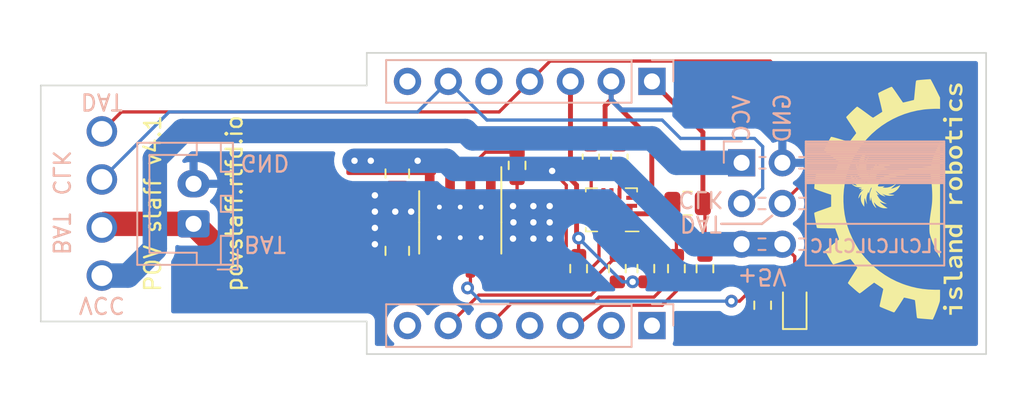
<source format=kicad_pcb>
(kicad_pcb (version 20211014) (generator pcbnew)
  (layers (0 "F.Cu" signal) (31 "B.Cu" signal) (34 "B.Paste" user) (35 "F.Paste" user) (36 "B.SilkS" user "B.Silkscreen") (37 "F.SilkS" user "F.Silkscreen") (38 "B.Mask" user) (39 "F.Mask" user) (44 "Edge.Cuts" user))
  (net 0 "")
  (net 1 "+5V")
  (net 2 "EP")
  (net 3 "+3V3")
  (net 5 "Net-(D1-Pad1)")
  (net 6 "/DATA")
  (net 7 "/CLK")
  (net 9 "/VSENSE")
  (net 14 "Net-(R1-Pad1)")
  (net 16 "Net-(R2-Pad1)")
  (net 18 "VCC")
  (net 19 "+BATT")
  (net 21 "/SDA")
  (net 22 "/SCL")
  (net 25 "Net-(R3-Pad2)")
  (footprint "Capacitor_SMD:C_0603_1608Metric" (layer "F.Cu") (at 110.49 98.679 90)
    (fp_text reference "C5" hide)
    (fp_text value "100nF")
    (pad "1" smd roundrect (at -0.775 0 90) (size 0.9 0.95) (layers "F.Cu" "F.Paste" "F.Mask") (net 3 "+3V3"))
    (pad "2" smd roundrect (at 0.775 0 90) (size 0.9 0.95) (layers "F.Cu" "F.Paste" "F.Mask") (net 2 "EP"))
  )
  (footprint "Capacitor_SMD:C_0805_2012Metric" (layer "F.Cu") (at 98.425 104.556 90)
    (fp_text reference "C2" hide)
    (fp_text value "10uF")
    (pad "1" smd roundrect (at -0.95 0 90) (size 1 1.45) (layers "F.Cu" "F.Paste" "F.Mask") (net 19 "+BATT"))
    (pad "2" smd roundrect (at 0.95 0 90) (size 1 1.45) (layers "F.Cu" "F.Paste" "F.Mask") (net 2 "EP"))
  )
  (footprint "Resistor_SMD:R_0603_1608Metric" (layer "F.Cu") (at 121.2 107.95 -90)
    (fp_text reference "R1" hide)
    (fp_text value "2k")
    (pad "1" smd roundrect (at -0.825 0 270) (size 0.8 0.95) (layers "F.Cu" "F.Paste" "F.Mask") (net 14 "Net-(R1-Pad1)"))
    (pad "2" smd roundrect (at 0.825 0 270) (size 0.8 0.95) (layers "F.Cu" "F.Paste" "F.Mask") (net 5 "Net-(D1-Pad1)"))
  )
  (footprint "Resistor_SMD:R_0603_1608Metric" (layer "F.Cu") (at 109.728 105.664 -90)
    (fp_text reference "R3" hide)
    (fp_text value "3.3k")
    (pad "1" smd roundrect (at -0.825 0 270) (size 0.8 0.95) (layers "F.Cu" "F.Paste" "F.Mask") (net 3 "+3V3"))
    (pad "2" smd roundrect (at 0.825 0 270) (size 0.8 0.95) (layers "F.Cu" "F.Paste" "F.Mask") (net 25 "Net-(R3-Pad2)"))
  )
  (footprint "Shurik:my_logo" (layer "F.Cu") (at 129.032 101.346 90)
    (fp_text reference "G***" hide)
    (fp_text value "LOGO" hide)
  )
  (footprint "LED_SMD:LED_0603_1608Metric" (layer "F.Cu") (at 123.2 107.95 90)
    (fp_text reference "D1" hide)
    (fp_text value "LED")
    (pad "1" smd roundrect (at -0.7875 0 90) (size 0.875 0.95) (layers "F.Cu" "F.Paste" "F.Mask") (net 5 "Net-(D1-Pad1)"))
    (pad "2" smd roundrect (at 0.7875 0 90) (size 0.875 0.95) (layers "F.Cu" "F.Paste" "F.Mask") (net 1 "+5V"))
  )
  (footprint "Resistor_SMD:R_0603_1608Metric" (layer "F.Cu") (at 117.602 105.664 -90)
    (fp_text reference "R6" hide)
    (fp_text value "10k")
    (pad "1" smd roundrect (at -0.825 0 270) (size 0.8 0.95) (layers "F.Cu" "F.Paste" "F.Mask") (net 18 "VCC"))
    (pad "2" smd roundrect (at 0.825 0 270) (size 0.8 0.95) (layers "F.Cu" "F.Paste" "F.Mask") (net 9 "/VSENSE"))
  )
  (footprint "Resistor_SMD:R_0603_1608Metric" (layer "F.Cu") (at 115.824 105.664 90)
    (fp_text reference "R7" hide)
    (fp_text value "10k")
    (pad "1" smd roundrect (at -0.825 0 90) (size 0.8 0.95) (layers "F.Cu" "F.Paste" "F.Mask") (net 9 "/VSENSE"))
    (pad "2" smd roundrect (at 0.825 0 90) (size 0.8 0.95) (layers "F.Cu" "F.Paste" "F.Mask") (net 2 "EP"))
  )
  (footprint "Package_LGA:Bosch_LGA-14_3x2.5mm_P0.5mm" (layer "F.Cu") (at 111.77375 101.99475 180)
    (fp_text reference "U2" hide)
    (fp_text value "LSM6DSO")
    (pad "1" smd rect (at -1.2625 -0.75 180) (size 0.675 0.25) (layers "F.Cu" "F.Paste" "F.Mask") (net 2 "EP"))
    (pad "2" smd rect (at -1.2625 -0.25 180) (size 0.675 0.25) (layers "F.Cu" "F.Paste" "F.Mask") (net 2 "EP"))
    (pad "3" smd rect (at -1.2625 0.25 180) (size 0.675 0.25) (layers "F.Cu" "F.Paste" "F.Mask") (net 2 "EP"))
    (pad "4" smd rect (at -1.2625 0.75 180) (size 0.675 0.25) (layers "F.Cu" "F.Paste" "F.Mask"))
    (pad "5" smd rect (at -0.5 1.0125 180) (size 0.25 0.675) (layers "F.Cu" "F.Paste" "F.Mask") (net 3 "+3V3"))
    (pad "6" smd rect (at 0 1.0125 180) (size 0.25 0.675) (layers "F.Cu" "F.Paste" "F.Mask") (net 2 "EP"))
    (pad "7" smd rect (at 0.5 1.0125 180) (size 0.25 0.675) (layers "F.Cu" "F.Paste" "F.Mask") (net 2 "EP"))
    (pad "8" smd rect (at 1.2625 0.75 180) (size 0.675 0.25) (layers "F.Cu" "F.Paste" "F.Mask") (net 3 "+3V3"))
    (pad "9" smd rect (at 1.2625 0.25 180) (size 0.675 0.25) (layers "F.Cu" "F.Paste" "F.Mask"))
    (pad "10" smd rect (at 1.2625 -0.25 180) (size 0.675 0.25) (layers "F.Cu" "F.Paste" "F.Mask"))
    (pad "11" smd rect (at 1.2625 -0.75 180) (size 0.675 0.25) (layers "F.Cu" "F.Paste" "F.Mask"))
    (pad "12" smd rect (at 0.5 -1.0125 180) (size 0.25 0.675) (layers "F.Cu" "F.Paste" "F.Mask") (net 25 "Net-(R3-Pad2)"))
    (pad "13" smd rect (at 0 -1.0125 180) (size 0.25 0.675) (layers "F.Cu" "F.Paste" "F.Mask") (net 22 "/SCL"))
    (pad "14" smd rect (at -0.5 -1.0125 180) (size 0.25 0.675) (layers "F.Cu" "F.Paste" "F.Mask") (net 21 "/SDA"))
  )
  (footprint "shurik-personal:connector-4p-large-nosilk" (layer "F.Cu") (at 80.01 106.100001 180)
    (fp_text reference "J3" hide)
    (fp_text value "Conn_01x04")
    (pad "1" thru_hole circle (at 0 0 180) (size 1.9 1.9) (drill 1.3) (layers *.Cu *.Mask) (net 18 "VCC"))
    (pad "2" thru_hole circle (at 0 3 180) (size 1.9 1.9) (drill 1.3) (layers *.Cu *.Mask) (net 19 "+BATT"))
    (pad "3" thru_hole circle (at 0 6 180) (size 1.9 1.9) (drill 1.3) (layers *.Cu *.Mask) (net 7 "/CLK"))
    (pad "4" thru_hole circle (at 0 9 180) (size 1.9 1.9) (drill 1.3) (layers *.Cu *.Mask) (net 6 "/DATA"))
  )
  (footprint "Package_SO:HSOP-8-1EP_3.9x4.9mm_P1.27mm_EP2.41x3.1mm_ThermalVias" (layer "F.Cu") (at 102.349 102.778 -90)
    (fp_text reference "U1" hide)
    (fp_text value "TP4056")
    (pad "1" smd roundrect (at -2.65 -1.905 270) (size 1.6 0.6) (layers "F.Cu" "F.Paste" "F.Mask") (net 2 "EP"))
    (pad "2" smd roundrect (at -2.65 -0.635 270) (size 1.6 0.6) (layers "F.Cu" "F.Paste" "F.Mask") (net 16 "Net-(R2-Pad1)"))
    (pad "3" smd roundrect (at -2.65 0.635 270) (size 1.6 0.6) (layers "F.Cu" "F.Paste" "F.Mask") (net 2 "EP"))
    (pad "4" smd roundrect (at -2.65 1.905 270) (size 1.6 0.6) (layers "F.Cu" "F.Paste" "F.Mask") (net 1 "+5V"))
    (pad "5" smd roundrect (at 2.65 1.905 270) (size 1.6 0.6) (layers "F.Cu" "F.Paste" "F.Mask") (net 19 "+BATT"))
    (pad "6" smd roundrect (at 2.65 0.635 270) (size 1.6 0.6) (layers "F.Cu" "F.Paste" "F.Mask"))
    (pad "7" smd roundrect (at 2.65 -0.635 270) (size 1.6 0.6) (layers "F.Cu" "F.Paste" "F.Mask") (net 14 "Net-(R1-Pad1)"))
    (pad "8" smd roundrect (at 2.65 -1.905 270) (size 1.6 0.6) (layers "F.Cu" "F.Paste" "F.Mask") (net 1 "+5V"))
    (pad "9" thru_hole circle (at -0.955 -1.299997 270) (size 0.5 0.5) (drill 0.3) (layers *.Cu) (net 2 "EP"))
    (pad "9" thru_hole circle (at 0.955 0 270) (size 0.5 0.5) (drill 0.3) (layers *.Cu) (net 2 "EP"))
    (pad "9" thru_hole circle (at -0.955 0 270) (size 0.5 0.5) (drill 0.3) (layers *.Cu) (net 2 "EP"))
    (pad "9" thru_hole circle (at 0.955 1.299998 270) (size 0.5 0.5) (drill 0.3) (layers *.Cu) (net 2 "EP"))
    (pad "9" thru_hole circle (at 0.955 -1.299997 270) (size 0.5 0.5) (drill 0.3) (layers *.Cu) (net 2 "EP"))
    (pad "9" thru_hole circle (at -0.955 1.299998 270) (size 0.5 0.5) (drill 0.3) (layers *.Cu) (net 2 "EP"))
    (pad "9" smd rect (at 0 0 270) (size 2.41 3.099999) (layers "B.Cu") (net 2 "EP"))
    (pad "9" smd rect (at 0 0 270) (size 2.41 3.1) (layers "F.Cu" "F.Mask") (net 2 "EP"))
  )
  (footprint "Resistor_SMD:R_0603_1608Metric" (layer "F.Cu") (at 105.891995 99.222 -90)
    (fp_text reference "R2" hide)
    (fp_text value "1.2k")
    (pad "1" smd roundrect (at -0.825 0 270) (size 0.8 0.95) (layers "F.Cu" "F.Paste" "F.Mask") (net 16 "Net-(R2-Pad1)"))
    (pad "2" smd roundrect (at 0.825 0 270) (size 0.8 0.95) (layers "F.Cu" "F.Paste" "F.Mask") (net 2 "EP"))
  )
  (footprint "Resistor_SMD:R_0603_1608Metric" (layer "F.Cu") (at 113.919 105.664 90)
    (fp_text reference "R4" hide)
    (fp_text value "3.3k")
    (pad "1" smd roundrect (at -0.825 0 90) (size 0.8 0.95) (layers "F.Cu" "F.Paste" "F.Mask") (net 3 "+3V3"))
    (pad "2" smd roundrect (at 0.825 0 90) (size 0.8 0.95) (layers "F.Cu" "F.Paste" "F.Mask") (net 21 "/SDA"))
  )
  (footprint "Capacitor_SMD:C_0805_2012Metric" (layer "F.Cu") (at 98.425 99.73 -90)
    (fp_text reference "C1" hide)
    (fp_text value "10uF")
    (pad "1" smd roundrect (at -0.95 0 270) (size 1 1.45) (layers "F.Cu" "F.Paste" "F.Mask") (net 1 "+5V"))
    (pad "2" smd roundrect (at 0.95 0 270) (size 1 1.45) (layers "F.Cu" "F.Paste" "F.Mask") (net 2 "EP"))
  )
  (footprint "Capacitor_SMD:C_0805_2012Metric" (layer "F.Cu") (at 116.52 101.6 180)
    (fp_text reference "C3" hide)
    (fp_text value "10uF")
    (pad "1" smd roundrect (at -0.95 0 180) (size 1 1.45) (layers "F.Cu" "F.Paste" "F.Mask") (net 18 "VCC"))
    (pad "2" smd roundrect (at 0.95 0 180) (size 1 1.45) (layers "F.Cu" "F.Paste" "F.Mask") (net 2 "EP"))
  )
  (footprint "Resistor_SMD:R_0603_1608Metric" (layer "F.Cu") (at 112.141 105.664 90)
    (fp_text reference "R5" hide)
    (fp_text value "3.3k")
    (pad "1" smd roundrect (at -0.825 0 90) (size 0.8 0.95) (layers "F.Cu" "F.Paste" "F.Mask") (net 3 "+3V3"))
    (pad "2" smd roundrect (at 0.825 0 90) (size 0.8 0.95) (layers "F.Cu" "F.Paste" "F.Mask") (net 22 "/SCL"))
  )
  (footprint "Capacitor_SMD:C_0603_1608Metric" (layer "F.Cu") (at 112.268 98.679 90)
    (fp_text reference "C4" hide)
    (fp_text value "100nF")
    (pad "1" smd roundrect (at -0.775 0 90) (size 0.9 0.95) (layers "F.Cu" "F.Paste" "F.Mask") (net 3 "+3V3"))
    (pad "2" smd roundrect (at 0.775 0 90) (size 0.9 0.95) (layers "F.Cu" "F.Paste" "F.Mask") (net 2 "EP"))
  )
  (footprint "Connector_PinSocket_2.54mm:PinSocket_2x03_P2.54mm_Horizontal" (layer "B.Cu") (at 119.888 99.06 180)
    (fp_text reference "J4" hide)
    (fp_text value "Conn_02x03_Counter_Clockwise")
    (pad "1" thru_hole rect (at 0 0 180) (size 1.7 1.7) (drill 1) (layers *.Cu *.Mask) (net 18 "VCC"))
    (pad "2" thru_hole oval (at -2.54 0 180) (size 1.7 1.7) (drill 1) (layers *.Cu *.Mask) (net 2 "EP"))
    (pad "3" thru_hole oval (at 0 -2.54 180) (size 1.7 1.7) (drill 1) (layers *.Cu *.Mask) (net 7 "/CLK"))
    (pad "4" thru_hole oval (at -2.54 -2.54 180) (size 1.7 1.7) (drill 1) (layers *.Cu *.Mask) (net 6 "/DATA"))
    (pad "5" thru_hole oval (at 0 -5.08 180) (size 1.7 1.7) (drill 1) (layers *.Cu *.Mask) (net 1 "+5V"))
    (pad "6" thru_hole oval (at -2.54 -5.08 180) (size 1.7 1.7) (drill 1) (layers *.Cu *.Mask) (net 1 "+5V"))
  )
  (footprint "Connector_PinSocket_2.54mm:PinSocket_1x07_P2.54mm_Vertical" (layer "B.Cu") (at 114.3 109.22 90)
    (fp_text reference "J1" hide)
    (fp_text value "Conn_01x07")
    (pad "1" thru_hole rect (at 0 0 90) (size 1.7 1.7) (drill 1) (layers *.Cu *.Mask))
    (pad "2" thru_hole oval (at 0 -2.54 90) (size 1.7 1.7) (drill 1) (layers *.Cu *.Mask))
    (pad "3" thru_hole oval (at 0 -5.08 90) (size 1.7 1.7) (drill 1) (layers *.Cu *.Mask) (net 9 "/VSENSE"))
    (pad "4" thru_hole oval (at 0 -7.62 90) (size 1.7 1.7) (drill 1) (layers *.Cu *.Mask))
    (pad "5" thru_hole oval (at 0 -10.16 90) (size 1.7 1.7) (drill 1) (layers *.Cu *.Mask) (net 21 "/SDA"))
    (pad "6" thru_hole oval (at 0 -12.7 90) (size 1.7 1.7) (drill 1) (layers *.Cu *.Mask) (net 22 "/SCL"))
    (pad "7" thru_hole oval (at 0 -15.24 90) (size 1.7 1.7) (drill 1) (layers *.Cu *.Mask))
  )
  (footprint "Connector_PinSocket_2.54mm:PinSocket_1x07_P2.54mm_Vertical" (layer "B.Cu") (at 114.3 93.98 90)
    (fp_text reference "J2" hide)
    (fp_text value "Conn_01x07")
    (pad "1" thru_hole rect (at 0 0 90) (size 1.7 1.7) (drill 1) (layers *.Cu *.Mask) (net 18 "VCC"))
    (pad "2" thru_hole oval (at 0 -2.54 90) (size 1.7 1.7) (drill 1) (layers *.Cu *.Mask) (net 2 "EP"))
    (pad "3" thru_hole oval (at 0 -5.08 90) (size 1.7 1.7) (drill 1) (layers *.Cu *.Mask) (net 3 "+3V3"))
    (pad "4" thru_hole oval (at 0 -7.62 90) (size 1.7 1.7) (drill 1) (layers *.Cu *.Mask) (net 6 "/DATA"))
    (pad "5" thru_hole oval (at 0 -10.16 90) (size 1.7 1.7) (drill 1) (layers *.Cu *.Mask))
    (pad "6" thru_hole oval (at 0 -12.7 90) (size 1.7 1.7) (drill 1) (layers *.Cu *.Mask) (net 7 "/CLK"))
    (pad "7" thru_hole oval (at 0 -15.24 90) (size 1.7 1.7) (drill 1) (layers *.Cu *.Mask))
  )
  (footprint "Connector_JST:JST_XH_B2B-XH-A_1x02_P2.50mm_Vertical" (layer "B.Cu") (at 85.725 102.87 90)
    (fp_text reference "J5" hide)
    (fp_text value "Conn_01x02")
    (pad "1" thru_hole roundrect (at 0 0 90) (size 1.7 2) (drill 1) (layers *.Cu *.Mask) (roundrect_rratio 0.1470588235) (net 19 "+BATT"))
    (pad "2" thru_hole oval (at 2.5 0 90) (size 1.7 2) (drill 1) (layers *.Cu *.Mask) (net 2 "EP"))
  )
  (gr_line (start 121.793 102.362) (end 121.158 102.87) (layer "B.SilkS") (width 0.15))
  (gr_line (start 121.158 102.87) (end 118.618 102.87) (layer "B.SilkS") (width 0.15))
  (gr_line (start 76.2 108.966) (end 76.2 101.6) (layer "Edge.Cuts") (width 0.1))
  (gr_line (start 76.2 94.234) (end 96.52 94.234) (layer "Edge.Cuts") (width 0.1))
  (gr_line (start 96.52 108.966) (end 96.52 110.998) (layer "Edge.Cuts") (width 0.1))
  (gr_line (start 96.52 92.202) (end 96.52 94.234) (layer "Edge.Cuts") (width 0.1))
  (gr_line (start 76.2 101.6) (end 76.2 94.234) (layer "Edge.Cuts") (width 0.1))
  (gr_line (start 135.128 92.202) (end 135.128 110.998) (layer "Edge.Cuts") (width 0.1))
  (gr_line (start 135.128 110.998) (end 96.52 110.998) (layer "Edge.Cuts") (width 0.1))
  (gr_line (start 76.2 108.966) (end 96.52 108.966) (layer "Edge.Cuts") (width 0.1))
  (gr_line (start 96.52 92.202) (end 135.128 92.202) (layer "Edge.Cuts") (width 0.1))
  (gr_text "BAT" (at 90.17 104.14 180) (layer "B.SilkS") (effects (font (size 1 1)) (justify mirror)))
  (gr_text "VCC" (at 119.888 96.266 90) (layer "B.SilkS") (effects (font (size 1 1)) (justify mirror)))
  (gr_text "BAT" (at 77.47 103.505 270) (layer "B.SilkS") (effects (font (size 1 1)) (justify mirror)))
  (gr_text "DAT" (at 80.01 95.25 180) (layer "B.SilkS") (effects (font (size 1 1)) (justify mirror)))
  (gr_text "JLCJLCJLCJLC" (at 128.27 104.267) (layer "B.SilkS") (effects (font (size 0.8 0.8)) (justify mirror)))
  (gr_text "+5V" (at 121.158 106.172 180) (layer "B.SilkS") (effects (font (size 1 1)) (justify mirror)))
  (gr_text "CLK" (at 117.348 101.346 180) (layer "B.SilkS") (effects (font (size 1 1)) (justify mirror)))
  (gr_text "DAT" (at 117.348 102.87 180) (layer "B.SilkS") (effects (font (size 1 1)) (justify mirror)))
  (gr_text "GND" (at 122.428 96.266 90) (layer "B.SilkS") (effects (font (size 1 1)) (justify mirror)))
  (gr_text "VCC" (at 80.01 107.95 180) (layer "B.SilkS") (effects (font (size 1 1)) (justify mirror)))
  (gr_text "CLK" (at 77.47 99.695 270) (layer "B.SilkS") (effects (font (size 1 1)) (justify mirror)))
  (gr_text "GND" (at 90.17 99.06 180) (layer "B.SilkS") (effects (font (size 1 1)) (justify mirror)))
  (gr_text "POV staff v4.1" (at 83.185 101.6 90) (layer "F.SilkS") (effects (font (size 1 1))))
  (gr_text "povstaff.rtfd.io" (at 88.265 101.6 90) (layer "F.SilkS") (effects (font (size 1 1))))
  (segment (start 108.95803 100.455404) (end 108.95803 104.27497) (width 0.2032) (layer "F.Cu") (net 1))
  (segment (start 107.696 105.537) (end 104.363 105.537) (width 0.2032) (layer "F.Cu") (net 1))
  (segment (start 108.76648 100.263854) (end 108.95803 100.455404) (width 0.2032) (layer "F.Cu") (net 1))
  (segment (start 108.077 99.568) (end 108.76648 100.25748) (width 0.2032) (layer "F.Cu") (net 1))
  (segment (start 108.95803 104.27497) (end 107.696 105.537) (width 0.2032) (layer "F.Cu") (net 1))
  (segment (start 123.2 107.1625) (end 123.2 104.912) (width 0.2032) (layer "F.Cu") (net 1))
  (segment (start 123.2 104.912) (end 122.428 104.14) (width 0.2032) (layer "F.Cu") (net 1))
  (segment (start 108.76648 100.25748) (end 108.76648 100.263854) (width 0.2032) (layer "F.Cu") (net 1))
  (via (at 96.774 98.933) (size 0.8) (drill 0.4) (layers "F.Cu" "B.Cu") (net 1))
  (via (at 99.695 98.933) (size 0.8) (drill 0.4) (layers "F.Cu" "B.Cu") (net 1))
  (via (at 108.077 99.568) (size 0.8) (drill 0.4) (layers "F.Cu" "B.Cu") (net 1))
  (via (at 95.758 98.933) (size 0.8) (drill 0.4) (layers "F.Cu" "B.Cu") (net 1))
  (segment (start 101.981 99.441) (end 112.268 99.441) (width 1.524) (layer "B.Cu") (net 1))
  (segment (start 112.268 99.441) (end 116.967 104.14) (width 1.524) (layer "B.Cu") (net 1))
  (segment (start 95.758 98.933) (end 101.473 98.933) (width 1.524) (layer "B.Cu") (net 1))
  (segment (start 101.473 98.933) (end 101.981 99.441) (width 1.524) (layer "B.Cu") (net 1))
  (segment (start 116.967 104.14) (end 122.428 104.14) (width 1.524) (layer "B.Cu") (net 1))
  (segment (start 105.891995 101.508) (end 105.637995 101.762) (width 0.2032) (layer "F.Cu") (net 2))
  (segment (start 114.29025 97.65325) (end 111.76 95.123) (width 0.3048) (layer "F.Cu") (net 2))
  (segment (start 114.29025 101.99075) (end 114.29025 97.65325) (width 0.3048) (layer "F.Cu") (net 2))
  (segment (start 114.03625 102.24475) (end 114.29025 101.99075) (width 0.3048) (layer "F.Cu") (net 2))
  (segment (start 112.93625 102.24475) (end 112.93625 101.79667) (width 0.3048) (layer "F.Cu") (net 2))
  (segment (start 112.93625 102.74475) (end 112.93625 102.24475) (width 0.3048) (layer "F.Cu") (net 2))
  (segment (start 111.27375 101.08225) (end 111.49625 101.08225) (width 0.3048) (layer "F.Cu") (net 2))
  (segment (start 112.02375 102.24475) (end 113.03625 102.24475) (width 0.3048) (layer "F.Cu") (net 2))
  (segment (start 111.76 95.123) (end 111.379 95.504) (width 0.3048) (layer "F.Cu") (net 2))
  (segment (start 111.49625 101.08225) (end 111.49625 101.71725) (width 0.3048) (layer "F.Cu") (net 2))
  (segment (start 111.379 97.917) (end 112.255 97.917) (width 0.3048) (layer "F.Cu") (net 2))
  (segment (start 105.891995 100.047) (end 105.891995 101.508) (width 0.2032) (layer "F.Cu") (net 2))
  (segment (start 111.379 95.504) (end 111.379 97.917) (width 0.3048) (layer "F.Cu") (net 2))
  (segment (start 115.824 104.839) (end 115.824 101.854) (width 0.2032) (layer "F.Cu") (net 2))
  (segment (start 111.49625 101.08225) (end 111.72183 101.08225) (width 0.3048) (layer "F.Cu") (net 2))
  (segment (start 113.03625 102.24475) (end 114.03625 102.24475) (width 0.3048) (layer "F.Cu") (net 2))
  (segment (start 112.268 97.904) (end 110.49 97.904) (width 0.3048) (layer "F.Cu") (net 2))
  (segment (start 111.49625 101.71725) (end 112.02375 102.24475) (width 0.3048) (layer "F.Cu") (net 2))
  (segment (start 115.57 101.6) (end 114.3 101.6) (width 0.2032) (layer "F.Cu") (net 2))
  (segment (start 111.76 93.98) (end 111.76 95.123) (width 0.3048) (layer "F.Cu") (net 2))
  (via (at 98.298 102.108) (size 0.8) (drill 0.4) (layers "F.Cu" "B.Cu") (net 2))
  (via (at 99.287995 102.108) (size 0.8) (drill 0.4) (layers "F.Cu" "B.Cu") (net 2))
  (via (at 106.907995 102.778) (size 0.8) (drill 0.4) (layers "F.Cu" "B.Cu") (net 2))
  (via (at 107.923995 101.762) (size 0.8) (drill 0.4) (layers "F.Cu" "B.Cu") (net 2))
  (via (at 105.637995 103.794) (size 0.8) (drill 0.4) (layers "F.Cu" "B.Cu") (net 2))
  (via (at 97.028 101.092) (size 0.8) (drill 0.4) (layers "F.Cu" "B.Cu") (net 2))
  (via (at 106.907995 103.794) (size 0.8) (drill 0.4) (layers "F.Cu" "B.Cu") (net 2))
  (via (at 107.923995 103.794) (size 0.8) (drill 0.4) (layers "F.Cu" "B.Cu") (net 2))
  (via (at 97.028 104.1445) (size 0.8) (drill 0.4) (layers "F.Cu" "B.Cu") (net 2))
  (via (at 97.028 103.124) (size 0.8) (drill 0.4) (layers "F.Cu" "B.Cu") (net 2))
  (via (at 105.637995 101.762) (size 0.8) (drill 0.4) (layers "F.Cu" "B.Cu") (net 2))
  (via (at 97.028 102.108) (size 0.8) (drill 0.4) (layers "F.Cu" "B.Cu") (net 2))
  (via (at 107.923995 102.778) (size 0.8) (drill 0.4) (layers "F.Cu" "B.Cu") (net 2))
  (via (at 105.664 102.778) (size 0.8) (drill 0.4) (layers "F.Cu" "B.Cu") (net 2))
  (via (at 106.907995 101.762) (size 0.8) (drill 0.4) (layers "F.Cu" "B.Cu") (net 2))
  (segment (start 120.523 95.758) (end 122.428 97.663) (width 0.3048) (layer "B.Cu") (net 2))
  (segment (start 111.76 95.123) (end 112.395 95.758) (width 0.3048) (layer "B.Cu") (net 2))
  (segment (start 122.428 97.663) (end 122.428 98.630626) (width 0.3048) (layer "B.Cu") (net 2))
  (segment (start 112.395 95.758) (end 120.523 95.758) (width 0.3048) (layer "B.Cu") (net 2))
  (segment (start 111.76 94.361) (end 111.76 95.123) (width 0.3048) (layer "B.Cu") (net 2))
  (segment (start 109.22 93.98) (end 109.22 99.441) (width 0.3048) (layer "F.Cu") (net 3))
  (segment (start 109.601 103.632) (end 109.728 103.759) (width 0.3048) (layer "F.Cu") (net 3))
  (segment (start 109.22 99.441) (end 109.22 100.076) (width 0.3048) (layer "F.Cu") (net 3))
  (segment (start 109.728 103.759) (end 109.728 104.839) (width 0.2032) (layer "F.Cu") (net 3))
  (segment (start 110.51125 101.24475) (end 110.51125 99.47525) (width 0.2032) (layer "F.Cu") (net 3))
  (segment (start 113.093 106.489) (end 113.919 106.489) (width 0.2032) (layer "F.Cu") (net 3))
  (segment (start 109.601 100.457) (end 109.601 103.632) (width 0.3048) (layer "F.Cu") (net 3))
  (segment (start 110.49 99.454) (end 112.268 99.454) (width 0.3048) (layer "F.Cu") (net 3))
  (segment (start 110.49 99.454) (end 109.233 99.454) (width 0.3048) (layer "F.Cu") (net 3))
  (segment (start 109.22 100.076) (end 109.601 100.457) (width 0.3048) (layer "F.Cu") (net 3))
  (segment (start 109.233 99.454) (end 109.22 99.441) (width 0.3048) (layer "F.Cu") (net 3))
  (segment (start 112.27375 100.98225) (end 112.27375 99.45975) (width 0.2032) (layer "F.Cu") (net 3))
  (segment (start 112.141 106.489) (end 113.093 106.489) (width 0.2032) (layer "F.Cu") (net 3))
  (via (at 109.728 103.759) (size 0.8) (drill 0.4) (layers "F.Cu" "B.Cu") (net 3))
  (via (at 113.093 106.489) (size 0.8) (drill 0.4) (layers "F.Cu" "B.Cu") (net 3))
  (segment (start 109.728 103.759) (end 112.458 106.489) (width 0.2032) (layer "B.Cu") (net 3))
  (segment (start 112.458 106.489) (end 113.093 106.489) (width 0.2032) (layer "B.Cu") (net 3))
  (segment (start 121.2 108.775) (end 123.1625 108.775) (width 0.2032) (layer "F.Cu") (net 5))
  (segment (start 104.775 95.885) (end 106.68 93.98) (width 0.2032) (layer "F.Cu") (net 6))
  (segment (start 107.95 92.71) (end 121.666 92.71) (width 0.2032) (layer "F.Cu") (net 6))
  (segment (start 124.206 95.25) (end 124.206 99.822) (width 0.2032) (layer "F.Cu") (net 6))
  (segment (start 121.666 92.71) (end 124.206 95.25) (width 0.2032) (layer "F.Cu") (net 6))
  (segment (start 106.68 93.98) (end 107.95 92.71) (width 0.2032) (layer "F.Cu") (net 6))
  (segment (start 81.225 95.885) (end 104.775 95.885) (width 0.2032) (layer "F.Cu") (net 6))
  (segment (start 80.01 97.1) (end 81.225 95.885) (width 0.2032) (layer "F.Cu") (net 6))
  (segment (start 124.206 99.822) (end 122.428 101.6) (width 0.2032) (layer "F.Cu") (net 6))
  (segment (start 120.692 97.536) (end 121.2 98.044) (width 0.2032) (layer "B.Cu") (net 7))
  (segment (start 80.01 100.100001) (end 80.01 100.076) (width 0.2032) (layer "B.Cu") (net 7))
  (segment (start 121.2 98.044) (end 121.2 100.669) (width 0.2032) (layer "B.Cu") (net 7))
  (segment (start 121.2 100.669) (end 120.269 101.6) (width 0.2032) (layer "B.Cu") (net 7))
  (segment (start 101.6 93.98) (end 104.013 96.393) (width 0.2032) (layer "B.Cu") (net 7))
  (segment (start 80.01 100.076) (end 84.201 95.885) (width 0.2032) (layer "B.Cu") (net 7))
  (segment (start 84.201 95.885) (end 99.695 95.885) (width 0.2032) (layer "B.Cu") (net 7))
  (segment (start 104.013 96.393) (end 114.935 96.393) (width 0.2032) (layer "B.Cu") (net 7))
  (segment (start 99.695 95.885) (end 101.6 93.98) (width 0.2032) (layer "B.Cu") (net 7))
  (segment (start 114.935 96.393) (end 116.078 97.536) (width 0.2032) (layer "B.Cu") (net 7))
  (segment (start 120.269 101.6) (end 119.888 101.6) (width 0.2032) (layer "B.Cu") (net 7))
  (segment (start 116.078 97.536) (end 120.692 97.536) (width 0.2032) (layer "B.Cu") (net 7))
  (segment (start 115.824 106.489) (end 117.602 106.489) (width 0.2032) (layer "F.Cu") (net 9))
  (segment (start 111.252 107.95) (end 114.935 107.95) (width 0.2032) (layer "F.Cu") (net 9))
  (segment (start 109.601 109.22) (end 111.252 107.95) (width 0.2032) (layer "F.Cu") (net 9))
  (segment (start 115.824 107.061) (end 115.824 106.489) (width 0.2032) (layer "F.Cu") (net 9))
  (segment (start 114.935 107.95) (end 115.824 107.061) (width 0.2032) (layer "F.Cu") (net 9))
  (segment (start 120.332 107.125) (end 121.2 107.125) (width 0.2032) (layer "F.Cu") (net 14))
  (segment (start 119.253 107.696) (end 119.761 107.696) (width 0.2032) (layer "F.Cu") (net 14))
  (segment (start 102.8065 106.8705) (end 102.984 106.693) (width 0.2032) (layer "F.Cu") (net 14))
  (segment (start 119.761 107.696) (end 120.332 107.125) (width 0.2032) (layer "F.Cu") (net 14))
  (segment (start 102.984 105.428) (end 102.984 106.693) (width 0.2032) (layer "F.Cu") (net 14))
  (via (at 102.8065 106.8705) (size 0.8) (drill 0.4) (layers "F.Cu" "B.Cu") (net 14))
  (via (at 119.253 107.696) (size 0.8) (drill 0.4) (layers "F.Cu" "B.Cu") (net 14))
  (segment (start 103.632 107.696) (end 102.8065 106.8705) (width 0.2032) (layer "B.Cu") (net 14))
  (segment (start 119.253 107.696) (end 103.632 107.696) (width 0.2032) (layer "B.Cu") (net 14))
  (segment (start 102.984 100.128) (end 102.984 99.327) (width 0.2032) (layer "F.Cu") (net 16))
  (segment (start 103.914 98.397) (end 105.891995 98.397) (width 0.2032) (layer "F.Cu") (net 16))
  (segment (start 102.984 99.327) (end 103.914 98.397) (width 0.2032) (layer "F.Cu") (net 16))
  (segment (start 117.602 99.06) (end 119.888 99.06) (width 0.3048) (layer "F.Cu") (net 18))
  (segment (start 117.475 98.933) (end 117.602 99.06) (width 0.3048) (layer "F.Cu") (net 18))
  (segment (start 117.602 104.839) (end 117.602 101.732) (width 0.2032) (layer "F.Cu") (net 18))
  (segment (start 117.475 98.933) (end 117.475 97.155) (width 0.3048) (layer "F.Cu") (net 18))
  (segment (start 117.475 97.155) (end 114.3 93.98) (width 0.3048) (layer "F.Cu") (net 18))
  (segment (start 117.475 101.595) (end 117.475 98.933) (width 0.3048) (layer "F.Cu") (net 18))
  (segment (start 85.04288 97.07512) (end 102.66312 97.07512) (width 1.524) (layer "B.Cu") (net 18))
  (segment (start 102.66312 97.07512) (end 103.124 97.536) (width 1.524) (layer "B.Cu") (net 18))
  (segment (start 114.3 97.536) (end 115.824 99.06) (width 1.524) (layer "B.Cu") (net 18))
  (segment (start 81.635308 106.1) (end 83.312 104.423308) (width 1.524) (layer "B.Cu") (net 18))
  (segment (start 83.312 98.806) (end 85.04288 97.07512) (width 1.524) (layer "B.Cu") (net 18))
  (segment (start 103.124 97.536) (end 114.3 97.536) (width 1.524) (layer "B.Cu") (net 18))
  (segment (start 80.01 106.1) (end 81.635308 106.1) (width 1.524) (layer "B.Cu") (net 18))
  (segment (start 115.824 99.06) (end 119.888 99.06) (width 1.524) (layer "B.Cu") (net 18))
  (segment (start 83.312 104.423308) (end 83.312 98.806) (width 1.524) (layer "B.Cu") (net 18))
  (segment (start 88.361 105.506) (end 85.725 102.87) (width 1.524) (layer "F.Cu") (net 19))
  (segment (start 99.822 105.506) (end 88.361 105.506) (width 1.524) (layer "F.Cu") (net 19))
  (segment (start 100.444 105.428) (end 99.9 105.428) (width 0.6096) (layer "F.Cu") (net 19))
  (segment (start 85.725 102.87) (end 80.24 102.87) (width 1.524) (layer "F.Cu") (net 19))
  (segment (start 80.24 102.87) (end 80.01 103.1) (width 1.524) (layer "F.Cu") (net 19))
  (segment (start 99.9 105.428) (end 99.822 105.506) (width 0.6096) (layer "F.Cu") (net 19))
  (segment (start 114.491 104.839) (end 114.808 105.156) (width 0.2032) (layer "F.Cu") (net 21))
  (segment (start 114.808 107.061) (end 114.427 107.442) (width 0.2032) (layer "F.Cu") (net 21))
  (segment (start 114.427 107.442) (end 110.998 107.442) (width 0.2032) (layer "F.Cu") (net 21))
  (segment (start 113.919 104.839) (end 114.491 104.839) (width 0.2032) (layer "F.Cu") (net 21))
  (segment (start 110.617 107.823) (end 105.537 107.823) (width 0.2032) (layer "F.Cu") (net 21))
  (segment (start 112.27375 103.12975) (end 113.919 104.775) (width 0.2032) (layer "F.Cu") (net 21))
  (segment (start 105.537 107.823) (end 104.14 109.22) (width 0.2032) (layer "F.Cu") (net 21))
  (segment (start 113.538 104.521) (end 113.538 104.839) (width 0.2032) (layer "F.Cu") (net 21))
  (segment (start 110.998 107.442) (end 110.617 107.823) (width 0.2032) (layer "F.Cu") (net 21))
  (segment (start 114.808 105.156) (end 114.808 107.061) (width 0.2032) (layer "F.Cu") (net 21))
  (segment (start 103.505 107.315) (end 110.49 107.315) (width 0.2032) (layer "F.Cu") (net 22))
  (segment (start 101.6 109.22) (end 103.505 107.315) (width 0.2032) (layer "F.Cu") (net 22))
  (segment (start 110.998 105.982) (end 112.141 104.839) (width 0.2032) (layer "F.Cu") (net 22))
  (segment (start 112.141 104.013) (end 112.141 104.839) (width 0.2032) (layer "F.Cu") (net 22))
  (segment (start 111.77375 103.00725) (end 111.77375 103.64575) (width 0.2032) (layer "F.Cu") (net 22))
  (segment (start 110.998 106.807) (end 110.998 105.982) (width 0.2032) (layer "F.Cu") (net 22))
  (segment (start 111.77375 103.64575) (end 112.141 104.013) (width 0.2032) (layer "F.Cu") (net 22))
  (segment (start 110.49 107.315) (end 110.998 106.807) (width 0.2032) (layer "F.Cu") (net 22))
  (segment (start 109.728 106.426) (end 110.998 105.156) (width 0.2032) (layer "F.Cu") (net 25))
  (segment (start 110.998 104.013) (end 111.27375 103.73725) (width 0.2032) (layer "F.Cu") (net 25))
  (segment (start 111.27375 103.73725) (end 111.27375 103.00725) (width 0.2032) (layer "F.Cu") (net 25))
  (segment (start 110.998 105.156) (end 110.998 104.013) (width 0.2032) (layer "F.Cu") (net 25))
  (zone (net 2) (net_name "EP") (layer "F.Cu") (connect_pads yes (clearance 0.254)) (min_thickness 0.254) (fill yes (thermal_gap 0.508) (thermal_bridge_width 0.508))
    (polygon (pts (xy 108.712 106.045) (xy 95.885 106.045) (xy 95.885 100.711) (xy 108.712 100.711)))
  )
  (zone (net 1) (net_name "+5V") (layer "F.Cu") (connect_pads thru_hole_only (clearance 0.254)) (min_thickness 0.254) (fill yes (thermal_gap 0.508) (thermal_bridge_width 0.508))
    (polygon (pts (xy 100.838 99.06) (xy 100.838 99.822) (xy 100.203 99.822) (xy 99.06 99.822) (xy 95.25 99.822) (xy 95.25 98.298) (xy 100.838 98.298)))
  )
  (zone (net 2) (net_name "EP") (layer "B.Cu") (connect_pads thru_hole_only (clearance 0.508)) (min_thickness 0.254) (fill yes (thermal_gap 0.508) (thermal_bridge_width 0.508))
    (polygon (pts (xy 137.16 114.3) (xy 73.66 114.3) (xy 73.66 88.9) (xy 137.16 88.9)))
  )
  (zone (net 0) (net_name "") (layer "B.Cu") (connect_pads (clearance 0)) (min_thickness 0.254)
    (keepout (tracks allowed) (vias allowed) (pads allowed) (copperpour not_allowed) (footprints allowed))
    (fill (thermal_gap 0.508) (thermal_bridge_width 0.508))
    (polygon (pts (xy 84.328 110.49) (xy 74.93 110.49) (xy 74.93 91.44) (xy 84.328 91.44)))
  )
  (zone (net 0) (net_name "") (layer "B.Cu") (connect_pads (clearance 0)) (min_thickness 0.254)
    (keepout (tracks allowed) (vias allowed) (pads allowed) (copperpour not_allowed) (footprints allowed))
    (fill (thermal_gap 0.508) (thermal_bridge_width 0.508))
    (polygon (pts (xy 115.57 96.52) (xy 102.87 96.52) (xy 102.87 91.44) (xy 115.57 91.44)))
  )
)
</source>
